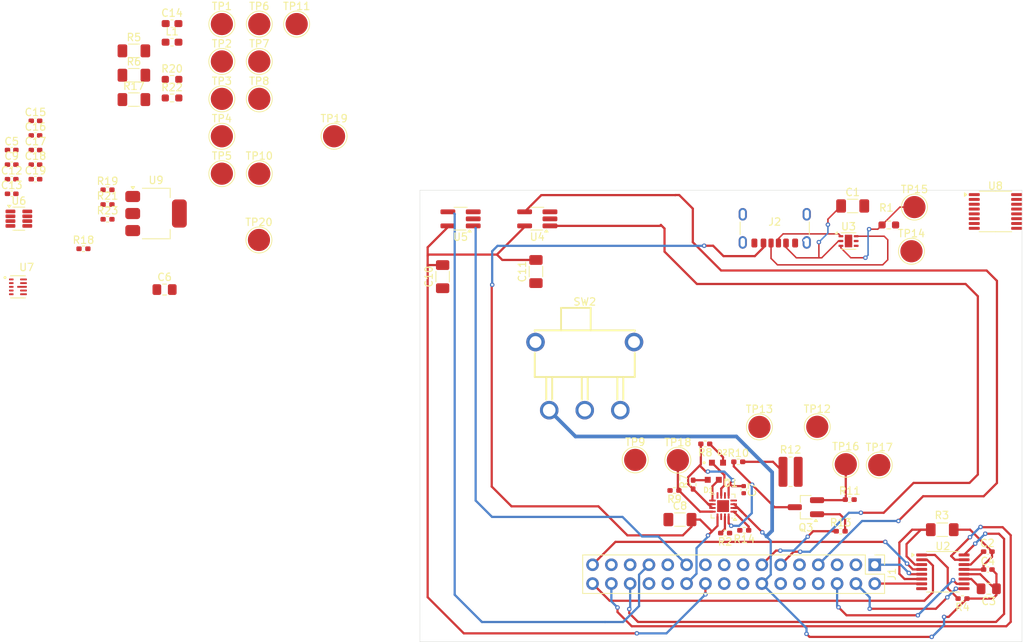
<source format=kicad_pcb>
(kicad_pcb (version 20241229) (generator "pcbnew") (generator_version "9.0")
  (layers (0 "F.Cu" signal) (2 "B.Cu" signal) (13 "F.Paste" user) (15 "B.Paste" user) (5 "F.SilkS" user "F.Silkscreen") (7 "B.SilkS" user "B.Silkscreen") (1 "F.Mask" user) (3 "B.Mask" user) (25 "Edge.Cuts" user))
  (net 0 "")
  (net 1 "GND")
  (net 2 "/High Voltage (9V)")
  (net 3 "Net-(U2-VINT)")
  (net 4 "/3V3 Out")
  (net 5 "Net-(U2-VCP)")
  (net 6 "Net-(U8-VINT)")
  (net 7 "Net-(U8-VCP)")
  (net 8 "/VOUT")
  (net 9 "/Battery")
  (net 10 "/5V Out")
  (net 11 "/switch")
  (net 12 "Net-(U1-~{CHG})")
  (net 13 "Net-(D1-PadA)")
  (net 14 "Net-(U1-~{PGOOD})")
  (net 15 "Net-(D2-PadA)")
  (net 17 "/MOTOR1_CTRL2")
  (net 18 "/MOTOR2_CTRL1")
  (net 19 "/I2C1_SCL")
  (net 20 "/MOTOR1_CTRL1")
  (net 21 "/FAST_CHARGE_CTRL")
  (net 22 "/CTRL_EXT_LOAD2")
  (net 23 "/I2C1_SDA")
  (net 24 "/EXT_LOAD2_OUT")
  (net 25 "/MOTOR1_A_OUT")
  (net 26 "/MOTOR4_CTRL2")
  (net 27 "/Motor4_A_OUT")
  (net 28 "/USART2_TX")
  (net 29 "/Motor2_B_OUT")
  (net 30 "/Motor2_A_OUT")
  (net 31 "/MOTOR3_B_OUT")
  (net 32 "/MOTOR3_CTRL1")
  (net 33 "/MOTOR2_CTRL2")
  (net 34 "/MOTOR1_B_OUT")
  (net 35 "/EXT_LOAD1_OUT")
  (net 36 "/MOTOR3_CTRL2")
  (net 37 "/MOTOR3_A_OUT")
  (net 38 "/Motor4_B_OUT")
  (net 39 "/USART2_RX")
  (net 40 "/MOTOR4_CTRL1")
  (net 41 "/CTRL_EXT_LOAD1")
  (net 42 "Net-(J2-CC1)")
  (net 43 "Net-(J2-CC2)")
  (net 44 "Net-(U7-L1)")
  (net 45 "Net-(U7-L2)")
  (net 46 "Net-(Q3-C)")
  (net 47 "Net-(Q3-B)")
  (net 48 "Net-(Q3-E)")
  (net 49 "Net-(U3-VSET)")
  (net 50 "Net-(U1-ITERM)")
  (net 51 "Net-(U2-AISEN)")
  (net 52 "Net-(U2-~{SLEEP})")
  (net 53 "/Load")
  (net 54 "Net-(U1-ILIM)")
  (net 55 "Net-(R10-Pad2)")
  (net 56 "Net-(U1-TS)")
  (net 57 "Net-(U8-AISEN)")
  (net 58 "Net-(U7-PG)")
  (net 59 "Net-(U8-~{SLEEP})")
  (net 60 "Net-(R20-Pad1)")
  (net 61 "Net-(U7-FB)")
  (net 62 "Net-(R23-Pad2)")
  (footprint "Package_SO:TSSOP-16_4.4x5mm_P0.65mm" (layer "F.Cu") (at 164.577444 102.32)
    (property "Reference" "U2")
    (property "Value" "DRV8833PW")
  )
  (footprint "TestPoint:TestPoint_Pad_D3.0mm" (layer "F.Cu") (at 128.8 87.25)
    (property "Reference" "TP18")
    (property "Value" "TestPoint")
  )
  (footprint "TestPoint:TestPoint_Pad_D3.0mm" (layer "F.Cu") (at 77.335 28.368)
    (property "Reference" "TP11")
    (property "Value" "TestPoint")
  )
  (footprint "Capacitor_SMD:C_1206_3216Metric_Pad1.33x1.80mm_HandSolder" (layer "F.Cu") (at 109.64 61.78 90)
    (property "Reference" "C11")
    (property "Value" "1u")
  )
  (footprint "TestPoint:TestPoint_Pad_D3.0mm" (layer "F.Cu") (at 67.235 43.518)
    (property "Reference" "TP4")
    (property "Value" "TestPoint")
  )
  (footprint "Resistor_SMD:R_1206_3216Metric_Pad1.30x1.75mm_HandSolder" (layer "F.Cu") (at 55.3575 31.985)
    (property "Reference" "R5")
    (property "Value" "R400")
  )
  (footprint "Resistor_SMD:R_0402_1005Metric_Pad0.72x0.64mm_HandSolder" (layer "F.Cu") (at 132.5 85.05 180)
    (property "Reference" "R8")
    (property "Value" "1k5")
  )
  (footprint "Resistor_SMD:R_1206_3216Metric_Pad1.30x1.75mm_HandSolder" (layer "F.Cu") (at 164.494944 96.635 180)
    (property "Reference" "R3")
    (property "Value" "1R")
  )
  (footprint "Package_TO_SOT_SMD:TSOT-23-5_HandSoldering" (layer "F.Cu") (at 99.46 54.6675 180)
    (property "Reference" "U5")
    (property "Value" "RT9742GGJ5")
  )
  (footprint "Capacitor_SMD:C_0402_1005Metric_Pad0.74x0.62mm_HandSolder" (layer "F.Cu") (at 38.8575 45.375)
    (property "Reference" "C5")
    (property "Value" "2.2u")
  )
  (footprint "Resistor_SMD:R_0402_1005Metric_Pad0.72x0.64mm_HandSolder" (layer "F.Cu") (at 135.18 97.09 180)
    (property "Reference" "R2")
    (property "Value" "0")
  )
  (footprint "Resistor_SMD:R_0402_1005Metric_Pad0.72x0.64mm_HandSolder" (layer "F.Cu") (at 51.7975 52.735)
    (property "Reference" "R21")
    (property "Value" "100k")
  )
  (footprint "Resistor_SMD:R_0402_1005Metric_Pad0.72x0.64mm_HandSolder" (layer "F.Cu") (at 167.232444 105.935 180)
    (property "Reference" "R4")
    (property "Value" "10k")
  )
  (footprint "Package_DFN_QFN:DFN-6-1EP_2x2mm_P0.65mm_EP1.01x1.7mm" (layer "F.Cu") (at 151.8425 57.66)
    (property "Reference" "U3")
    (property "Value" "HUSB237-AA001-DN06R")
  )
  (footprint "Package_SO:TSSOP-16_4.4x5mm_P0.65mm" (layer "F.Cu") (at 171.6775 53.67)
    (property "Reference" "U8")
    (property "Value" "DRV8833PW")
  )
  (footprint "Resistor_SMD:R_0402_1005Metric_Pad0.72x0.64mm_HandSolder" (layer "F.Cu") (at 150.78 96.84)
    (property "Reference" "R13")
    (property "Value" "1k")
  )
  (footprint "Package_TO_SOT_SMD:SOT-23-8" (layer "F.Cu") (at 39.8275 54.645)
    (property "Reference" "U6")
    (property "Value" "INA219AxDCN")
  )
  (footprint "Package_TO_SOT_SMD:SOT-223-3_TabPin2" (layer "F.Cu") (at 58.3475 53.95)
    (property "Reference" "U9")
    (property "Value" "AMS1117-3.3")
  )
  (footprint "TestPoint:TestPoint_Pad_D3.0mm" (layer "F.Cu") (at 72.24 57.52)
    (property "Reference" "TP20")
    (property "Value" "TestPoint")
  )
  (footprint "Capacitor_SMD:C_0805_2012Metric_Pad1.18x1.45mm_HandSolder" (layer "F.Cu") (at 59.4975 64.215)
    (property "Reference" "C6")
    (property "Value" "0.01u")
  )
  (footprint "TestPoint:TestPoint_Pad_D3.0mm" (layer "F.Cu") (at 160.34 59.04)
    (property "Reference" "TP14")
    (property "Value" "TestPoint")
  )
  (footprint "Capacitor_SMD:C_0402_1005Metric_Pad0.74x0.62mm_HandSolder" (layer "F.Cu") (at 42.0675 49.315)
    (property "Reference" "C19")
    (property "Value" "10uF")
  )
  (footprint "Capacitor_SMD:C_0402_1005Metric_Pad0.74x0.62mm_HandSolder" (layer "F.Cu") (at 42.0675 41.435)
    (property "Reference" "C15")
    (property "Value" "47u")
  )
  (footprint "TestPoint:TestPoint_Pad_D3.0mm" (layer "F.Cu") (at 139.81 82.76)
    (property "Reference" "TP13")
    (property "Value" "TestPoint")
  )
  (footprint "Capacitor_SMD:C_0603_1608Metric_Pad1.08x0.95mm_HandSolder" (layer "F.Cu") (at 60.5075 28.305)
    (property "Reference" "C14")
    (property "Value" "0.1u")
  )
  (footprint "TestPoint:TestPoint_Pad_D3.0mm" (layer "F.Cu") (at 67.235 33.418)
    (property "Reference" "TP2")
    (property "Value" "TestPoint")
  )
  (footprint "Capacitor_SMD:C_0402_1005Metric_Pad0.74x0.62mm_HandSolder" (layer "F.Cu") (at 42.0675 45.375)
    (property "Reference" "C17")
    (property "Value" "10uF")
  )
  (footprint "Resistor_SMD:R_0815_2038Metric_Pad1.20x4.05mm_HandSolder" (layer "F.Cu") (at 144.02 88.82)
    (property "Reference" "R12")
    (property "Value" "150R")
  )
  (footprint "KT-0603R:LED_KT-0603R" (layer "F.Cu") (at 133.5825 89.9 180)
    (property "Reference" "D1")
    (property "Value" "KT-0603R")
  )
  (footprint "Resistor_SMD:R_1206_3216Metric_Pad1.30x1.75mm_HandSolder" (layer "F.Cu") (at 55.3575 38.565)
    (property "Reference" "R17")
    (property "Value" "R400")
  )
  (footprint "Connector_PinHeader_2.54mm:PinHeader_2x16_P2.54mm_Vertical" (layer "F.Cu") (at 155.38 101.37 -90)
    (property "Reference" "J1")
    (property "Value" "Conn_02x16_Odd_Even")
  )
  (footprint "Resistor_SMD:R_0402_1005Metric_Pad0.72x0.64mm_HandSolder" (layer "F.Cu") (at 128.34 91.34 180)
    (property "Reference" "R9")
    (property "Value" "2k")
  )
  (footprint "TestPoint:TestPoint_Pad_D3.0mm" (layer "F.Cu") (at 72.285 28.368)
    (property "Reference" "TP6")
    (property "Value" "TestPoint")
  )
  (footprint "Capacitor_SMD:C_0402_1005Metric_Pad0.74x0.62mm_HandSolder" (layer "F.Cu") (at 38.8575 51.285)
    (property "Reference" "C13")
    (property "Value" "22u")
  )
  (footprint "TestPoint:TestPoint_Pad_D3.0mm" (layer "F.Cu") (at 160.74 53.08)
    (property "Reference" "TP15")
    (property "Value" "TestPoint")
  )
  (footprint "TestPoint:TestPoint_Pad_D3.0mm" (layer "F.Cu") (at 123.04 87.21)
    (property "Reference" "TP9")
    (property "Value" "TestPoint")
  )
  (footprint "Resistor_SMD:R_0402_1005Metric_Pad0.72x0.64mm_HandSolder" (layer "F.Cu") (at 136.9525 87.47)
    (property "Reference" "R10")
    (property "Value" "4k3")
  )
  (footprint "Capacitor_SMD:C_1206_3216Metric_Pad1.33x1.80mm_HandSolder" (layer "F.Cu") (at 152.4 52.93)
    (property "Reference" "C1")
    (property "Value" "1u")
  )
  (footprint "TPS63802DLAR:VREG_TPS63802DLAR" (layer "F.Cu") (at 39.7025 63.845)
    (property "Reference" "U7")
    (property "Value" "TPS63802DLAR")
  )
  (footprint "TestPoint:TestPoint_Pad_D3.0mm" (layer "F.Cu") (at 147.62 82.74)
    (property "Reference" "TP12")
    (property "Value" "TestPoint")
  )
  (footprint "TestPoint:TestPoint_Pad_D3.0mm" (layer "F.Cu") (at 151.47 87.8)
    (property "Reference" "TP16")
    (property "Value" "TestPoint")
  )
  (footprint "Capacitor_SMD:C_0402_1005Metric_Pad0.74x0.62mm_HandSolder" (layer "F.Cu") (at 170.644944 99.595 180)
    (property "Reference" "C2")
    (property "Value" "2.2u")
  )
  (footprint "Capacitor_SMD:C_1206_3216Metric_Pad1.33x1.80mm_HandSolder" (layer "F.Cu") (at 129.08 95.27)
    (property "Reference" "C8")
    (property "Value" "1u")
  )
  (footprint "Resistor_SMD:R_0603_1608Metric_Pad0.98x0.95mm_HandSolder" (layer "F.Cu") (at 60.5075 38.345)
    (property "Reference" "R22")
    (property "Value" "470k")
  )
  (footprint "TestPoint:TestPoint_Pad_D3.0mm" (layer "F.Cu") (at 72.285 38.468)
    (property "Reference" "TP8")
    (property "Value" "TestPoint")
  )
  (footprint "Resistor_SMD:R_0402_1005Metric_Pad0.72x0.64mm_HandSolder" (layer "F.Cu") (at 130.86 90.55 -90)
    (property "Reference" "R7")
    (property "Value" "1k5")
  )
  (footprint "KT-0603R:LED_KT-0603R" (layer "F.Cu") (at 134.15 87.59)
    (property "Reference" "D2")
    (property "Value" "KT-0603R")
  )
  (footprint "Resistor_SMD:R_0402_1005Metric_Pad0.72x0.64mm_HandSolder" (layer "F.Cu") (at 152 92.57)
    (property "Reference" "R11")
    (property "Value" "2k2")
  )
  (footprint "TestPoint:TestPoint_Pad_D3.0mm" (layer "F.Cu") (at 155.99 87.91)
    (property "Reference" "TP17")
    (property "Value" "TestPoint")
  )
  (footprint "Resistor_SMD:R_0402_1005Metric_Pad0.72x0.64mm_HandSolder" (layer "F.Cu") (at 137.7625 96.72 180)
    (property "Reference" "R14")
    (property "Value" "10K")
  )
  (footprint "Resistor_SMD:R_0402_1005Metric_Pad0.72x0.64mm_HandSolder" (layer "F.Cu") (at 51.7975 54.725)
    (property "Reference" "R23")
    (property "Value" "10k")
  )
  (footprint "Capacitor_SMD:C_0402_1005Metric_Pad0.74x0.62mm_HandSolder" (layer "F.Cu") (at 42.0675 47.345)
    (property "Reference" "C18")
    (property "Value" "10u")
  )
  (footprint "Capacitor_SMD:C_0402_1005Metric" (layer "F.Cu") (at 137.69 91.23 -90)
    (property "Reference" "C7")
    (property "Value" "4.7u")
  )
  (footprint "TestPoint:TestPoint_Pad_D3.0mm" (layer "F.Cu") (at 67.235 38.468)
    (property "Reference" "TP3")
    (property "Value" "TestPoint")
  )
  (footprint "Connector_USB:USB_C_Receptacle_GCT_USB4125-xx-x_6P_TopMnt_Horizontal" (layer "F.Cu") (at 141.88 54.85 180)
    (property "Reference" "J2")
    (property "Value" "TYPE-C 6P")
  )
  (footprint "Capacitor_SMD:C_0805_2012Metric_Pad1.18x1.45mm_HandSolder" (layer "F.Cu") (at 170.774944 104.615 180)
    (property "Reference" "C3")
    (property "Value" "0.01u")
  )
  (footprint "Resistor_SMD:R_0402_1005Metric_Pad0.72x0.64mm_HandSolder" (layer "F.Cu") (at 48.5475 58.705)
    (property "Reference" "R18")
    (property "Value" "100k")
  )
  (footprint "Resistor_SMD:R_0402_1005Metric_Pad0.72x0.64mm_HandSolder" (layer "F.Cu") (at 51.7975 50.745)
    (property "Reference" "R19")
    (property "Value" "10k")
  )
  (footprint "Capacitor_SMD:C_0402_1005Metric_Pad0.74x0.62mm_HandSolder" (layer "F.Cu") (at 170.644944 102.015 180)
    (property "Reference" "C4")
    (property "Value" "10u")
  )
  (footprint "TestPoint:TestPoint_Pad_D3.0mm" (layer "F.Cu") (at 82.385 43.518)
    (property "Reference" "TP19")
    (property "Value" "TestPoint")
  )
  (footprint "Package_DFN_QFN:VQFN-16-1EP_3x3mm_P0.5mm_EP1.6x1.6mm" (layer "F.Cu") (at 134.9025 93.45 180)
    (property "Reference" "U1")
    (property "Value" "BQ24074RGT")
  )
  (footprint "Capacitor_SMD:C_0402_1005Metric_Pad0.74x0.62mm_HandSolder" (layer "F.Cu") (at 38.8575 47.345)
    (property "Reference" "C9")
    (property "Value" "4.7u")
  )
  (footprint "Resistor_SMD:R_1206_3216Metric_Pad1.30x1.75mm_HandSolder" (layer "F.Cu") (at 55.3575 35.275)
    (property "Reference" "R6")
    (property "Value" "R400")
  )
  (footprint "TestPoint:TestPoint_Pad_D3.0mm" (layer "F.Cu") (at 67.235 48.568)
    (property "Reference" "TP5")
    (property "Value" "TestPoint")
  )
  (footprint "TestPoint:TestPoint_Pad_D3.0mm" (layer "F.Cu") (at 72.285 48.568)
    (property "Reference" "TP10")
    (property "Value" "TestPoint")
  )
  (footprint "Resistor_SMD:R_0603_1608Metric_Pad0.98x0.95mm_HandSolder" (layer "F.Cu") (at 157.28 55.49)
    (property "Reference" "R1")
    (property "Value" "75k")
  )
  (footprint "Package_TO_SOT_SMD:SOT-23_Handsoldering" (layer "F.Cu") (at 146.09 93.5975 180)
    (property "Reference" "Q3")
    (property "Value" "S9013 J3(RANGE:200-350)")
  )
  (footprint "SS-12D11G3R:SW-TH_SS-12D11L3" (layer "F.Cu") (at 116.23 75.9)
    (property "Reference" "SW2")
    (property "Value" "SS-12D11G3R")
  )
  (footprint "Package_TO_SOT_SMD:TSOT-23-5_HandSoldering" (layer "F.Cu") (at 109.82 54.6675 180)
    (property "Reference" "U4")
    (property "Value" "RT9742GGJ5")
  )
  (footprint "Resistor_SMD:R_0603_1608Metric_Pad0.98x0.95mm_HandSolder" (layer "F.Cu") (at 60.5075 35.835)
    (property "Reference" "R20")
    (property "Value" "330k")
  )
  (footprint "TestPoint:TestPoint_Pad_D3.0mm" (layer "F.Cu") (at 67.235 28.368)
    (property "Reference" "TP1")
    (property "Value" "TestPoint")
  )
  (footprint "Capacitor_SMD:C_1206_3216Metric_Pad1.33x1.80mm_HandSolder" (layer "F.Cu") (at 97.04 62.47 90)
    (property "Reference" "C10")
    (property "Value" "1u")
  )
  (footprint "Inductor_SMD:L_0603_1608Metric_Pad1.05x0.95mm_HandSolder" (layer "F.Cu") (at 60.5075 30.815)
    (property "Reference" "L1")
    (property "Value" "470nH")
  )
  (footprint "Capacitor_SMD:C_0402_1005Metric_Pad0.74x0.62mm_HandSolder" (layer "F.Cu") (at 42.0675 43.405)
    (property "Reference" "C16")
    (property "Value" "47u")
  )
  (footprint "TestPoint:TestPoint_Pad_D3.0mm" (layer "F.Cu") (at 72.285 33.418)
    (property "Reference" "TP7")
    (property "Value" "TestPoint")
  )
  (footprint "Capacitor_SMD:C_0402_1005Metric_Pad0.74x0.62mm_HandSolder" (layer "F.Cu") (at 38.8575 49.315)
    (property "Reference" "C12")
    (property "Value" "22u")
  )
  (gr_line (start 93.98 111.76) (end 93.98 50.8) (stroke (width 0.05)) (layer "Edge.Cuts"))
  (gr_line (start 175.26 111.76) (end 93.98 111.76) (stroke (width 0.05)) (layer "Edge.Cuts"))
  (gr_line (start 93.98 50.8) (end 175.26 50.8) (stroke (width 0.05)) (layer "Edge.Cuts"))
  (gr_line (start 175.26 50.8) (end 175.26 111.76) (stroke (width 0.05)) (layer "Edge.Cuts"))
  (via (at 145.88 57.56) (size 0.6) (drill 0.3) (layers "F.Cu" "B.Cu") (net 0))
  (segment (start 171.212444 100.2975) (end 170.077444 101.4325) (width 0.3) (layer "F.Cu") (net 1))
  (segment (start 168.252444 96.635) (end 171.212444 99.595) (width 0.3) (layer "F.Cu") (net 1))
  (segment (start 170.042444 101.98) (end 170.077444 102.015) (width 0.3) (layer "F.Cu") (net 1))
  (segment (start 170.077444 102.015) (end 167.459944 102.015) (width 0.3) (layer "F.Cu") (net 1))
  (segment (start 170.077444 101.4325) (end 170.077444 102.015) (width 0.3) (layer "F.Cu") (net 1))
  (segment (start 171.212444 99.595) (end 171.212444 100.2975) (width 0.3) (layer "F.Cu") (net 1))
  (segment (start 167.459944 102.015) (end 167.439944 101.995) (width 0.3) (layer "F.Cu") (net 1))
  (segment (start 166.044944 96.635) (end 168.252444 96.635) (width 0.3) (layer "F.Cu") (net 1))
  (segment (start 129.47 97.4) (end 121.99 97.4) (width 0.3) (layer "F.Cu") (net 2))
  (segment (start 132.35 58.3) (end 133.56 58.3) (width 0.3) (layer "F.Cu") (net 2))
  (segment (start 149.06 55.45) (end 149.06 54.7075) (width 0.2) (layer "F.Cu") (net 2))
  (segment (start 130.6425 96.2275) (end 129.47 97.4) (width 0.3) (layer "F.Cu") (net 2))
  (segment (start 134.1525 96.1175) (end 133.4 96.87) (width 0.3) (layer "F.Cu") (net 2))
  (segment (start 103.67 63.63) (end 103.73 63.57) (width 0.3) (layer "F.Cu") (net 2))
  (segment (start 118.07 93.48) (end 106.34 93.48) (width 0.3) (layer "F.Cu") (net 2))
  (segment (start 150.815 57.66) (end 150.47 57.66) (width 0.2) (layer "F.Cu") (net 2))
  (segment (start 143.4 57.93) (end 143.4 58.53) (width 0.2) (layer "F.Cu") (net 2))
  (segment (start 140.36 58.53) (end 140.36 57.93) (width 0.3) (layer "F.Cu") (net 2))
  (segment (start 132.865 97.405) (end 132.8 97.47) (width 0.3) (layer "F.Cu") (net 2))
  (segment (start 147.84 59.93) (end 148.22 59.93) (width 0.2) (layer "F.Cu") (net 2))
  (segment (start 131.8 95.27) (end 133.4 96.87) (width 0.3) (layer "F.Cu") (net 2))
  (segment (start 133.56 58.3) (end 134.96 59.7) (width 0.3) (layer "F.Cu") (net 2))
  (segment (start 147.84 59.93) (end 147.84 57.81) (width 0.2) (layer "F.Cu") (net 2))
  (segment (start 103.67 90.81) (end 103.67 63.63) (width 0.3) (layer "F.Cu") (net 2))
  (segment (start 130.6425 95.27) (end 130.6425 96.2275) (width 0.3) (layer "F.Cu") (net 2))
  (segment (start 106.34 93.48) (end 103.67 90.81) (width 0.3) (layer "F.Cu") (net 2))
  (segment (start 134.1525 94.8875) (end 134.1525 96.1175) (width 0.3) (layer "F.Cu") (net 2))
  (segment (start 144.8 59.93) (end 147.84 59.93) (width 0.2) (layer "F.Cu") (net 2))
  (segment (start 130.6425 95.27) (end 131.8 95.27) (width 0.3) (layer "F.Cu") (net 2))
  (segment (start 139.19 59.7) (end 140.36 58.53) (width 0.3) (layer "F.Cu") (net 2))
  (segment (start 121.99 97.4) (end 118.07 93.48) (width 0.3) (layer "F.Cu") (net 2))
  (segment (start 143.4 58.53) (end 144.8 59.93) (width 0.2) (layer "F.Cu") (net 2))
  (segment (start 134.96 59.7) (end 139.19 59.7) (width 0.3) (layer "F.Cu") (net 2))
  (segment (start 150.49 57.66) (end 150.815 57.66) (width 0.2) (layer "F.Cu") (net 2))
  (segment (start 133.4 96.87) (end 132.865 97.405) (width 0.3) (layer "F.Cu") (net 2))
  (segment (start 149.06 54.7075) (end 150.8375 52.93) (width 0.2) (layer "F.Cu") (net 2))
  (segment (start 148.22 59.93) (end 150.49 57.66) (width 0.2) (layer "F.Cu") (net 2))
  (via (at 132.35 58.3) (size 0.6) (drill 0.3) (layers "F.Cu" "B.Cu") (net 2))
  (via (at 147.84 57.81) (size 0.6) (drill 0.3) (layers "F.Cu" "B.Cu") (net 2))
  (via (at 149.06 55.45) (size 0.6) (drill 0.3) (layers "F.Cu" "B.Cu") (net 2))
  (via (at 103.73 63.57) (size 0.6) (drill 0.3) (layers "F.Cu" "B.Cu") (net 2))
  (via (at 132.865 97.405) (size 0.6) (drill 0.3) (layers "F.Cu" "B.Cu") (net 2))
  (segment (start 131.319 99.121) (end 131.319 102.571) (width 0.3) (layer "B.Cu") (net 2))
  (segment (start 103.73 63.57) (end 103.73 59.03) (width 0.3) (layer "B.Cu") (net 2))
  (segment (start 131.319 102.571) (end 129.98 103.91) (width 0.3) (layer "B.Cu") (net 2))
  (segment (start 149.06 56.59) (end 149.06 55.45) (width 0.2) (layer "B.Cu") (net 2))
  (segment (start 103.73 59.03) (end 104.45 58.31) (width 0.3) (layer "B.Cu") (net 2))
  (segment (start 132.865 97.575) (end 131.319 99.121) (width 0.3) (layer "B.Cu") (net 2))
  (segment (start 132.34 58.31) (end 132.35 58.3) (width 0.3) (layer "B.Cu") (net 2))
  (segment (start 147.84 57.81) (end 149.06 56.59) (width 0.2) (layer "B.Cu") (net 2))
  (segment (start 104.45 58.31) (end 132.34 58.31) (width 0.3) (layer "B.Cu") (net 2))
  (segment (start 132.865 97.405) (end 132.865 97.575) (width 0.3) (layer "B.Cu") (net 2))
  (segment (start 170.077444 99.595) (end 168.327444 101.345) (width 0.3) (layer "F.Cu") (net 3))
  (segment (start 168.327444 101.345) (end 167.439944 101.345) (width 0.3) (layer "F.Cu") (net 3))
  (segment (start 168.417444 103.295) (end 167.439944 103.295) (width 0.3) (layer "F.Cu") (net 5))
  (segment (start 169.737444 104.615) (end 168.417444 103.295) (width 0.3) (layer "F.Cu") (net 5))
  (segment (start 132.84625 93.13375) (end 130.86 91.1475) (width 0.3) (layer "F.Cu") (net 8))
  (segment (start 135.6525 90.5475) (end 135.78 90.42) (width 0.3) (layer "F.Cu") (net 8))
  (segment (start 136.11 90.75) (end 135.78 90.42) (width 0.3) (layer "F.Cu") (net 8))
  (segment (start 135.78 90.42) (end 136.24 89.96) (width 0.3) (layer "F.Cu") (net 8))
  (segment (start 132.85 88.79) (end 132.57 88.79) (width 0.3) (layer "F.Cu") (net 8))
  (segment (start 130.189 90.4765) (end 130.86 91.1475) (width 0.3) (layer "F.Cu") (net 8))
  (segment (start 131.753951 87.973951) (end 130.189 89.538902) (width 0.3) (layer "F.Cu") (net 8))
  (segment (start 133.465 93.2) (end 132.9125 93.2) (width 0.3) (layer "F.Cu") (net 8))
  (segment (start 131.9025 85.05) (end 131.9025 87.825402) (width 0.3) (layer "F.Cu") (net 8))
  (segment (start 131.9025 87.825402) (end 131.753951 87.973951) (width 0.3) (layer "F.Cu") (net 8))
  (segment (start 132.9125 93.2) (end 132.84625 93.13375) (width 0.3) (layer "F.Cu") (net 8))
  (segment (start 137.69 90.75) (end 136.11 90.75) (width 0.3) (layer "F.Cu") (net 8))
  (segment (start 133.465 93.7) (end 133.4125 93.7) (width 0.3) (layer "F.Cu") (net 8))
  (segment (start 133.4125 93.7) (end 132.84625 93.13375) (width 0.3) (layer "F.Cu") (net 8))
  (segment (start 132.57 88.79) (end 131.753951 87.973951) (width 0.3) (layer "F.Cu") (net 8))
  (segment (start 135.6525 92.0125) (end 135.6525 90.5475) (width 0.3) (layer "F.Cu") (net 8))
  (segment (start 130.189 89.538902) (end 130.189 90.4765) (width 0.3) (layer "F.Cu") (net 8))
  (via (at 132.85 88.79) (size 0.6) (drill 0.3) (layers "F.Cu" "B.Cu") (net 8))
  (via (at 136.24 89.96) (size 0.6) (drill 0.3) (layers "F.Cu" "B.Cu") (net 8))
  (segment (start 132.85 88.79) (end 132.82 88.79) (width 0.3) (layer "B.Cu") (net 8))
  (segment (start 136.24 89.96) (end 135.07 88.79) (width 0.3) (layer "B.Cu") (net 8))
  (segment (start 135.07 88.79) (end 132.85 88.79) (width 0.3) (layer "B.Cu") (net 8))
  (segment (start 140.2 96.99) (end 140.21 97) (width 0.3) (layer "F.Cu") (net 9))
  (segment (start 136.41 93.2) (end 137.48 94.27) (width 0.3) (layer "F.Cu") (net 9))
  (segment (start 171.812444 105.4575) (end 171.812444 104.615) (width 0.3) (layer "F.Cu") (net 9))
  (segment (start 163.07 111.109) (end 146.579 111.109) (width 0.3) (layer "F.Cu") (net 9))
  (segment (start 169.620056 102.645) (end 167.439944 102.645) (width 0.3) (layer "F.Cu") (net 9))
  (segment (start 171.812444 104.615) (end 171.590056 104.615) (width 0.3) (layer "F.Cu") (net 9))
  (segment (start 136.34 93.2) (end 136.41 93.2) (width 0.3) (layer "F.Cu") (net 9))
  (segment (start 167.829944 105.935) (end 165.354944 108.41) (width 0.3) (layer "F.Cu") (net 9))
  (segment (start 171.334944 105.935) (end 171.812444 105.4575) (width 0.3) (layer "F.Cu") (net 9))
  (segment (start 136.34 93.7) (end 136.91 93.7) (width 0.3) (layer "F.Cu") (net 9))
  (segment (start 171.812444 102.615) (end 171.212444 102.015) (width 0.3) (layer "F.Cu") (net 9))
  (segment (start 136.91 93.7) (end 137.48 94.27) (width 0.3) (layer "F.Cu") (net 9))
  (segment (start 137.48 94.27) (end 140.2 96.99) (width 0.3) (layer "F.Cu") (net 9))
  (segment (start 171.590056 104.615) (end 169.620056 102.645) (width 0.3) (layer "F.Cu") (net 9))
  (segment (start 167.829944 105.935) (end 171.334944 105.935) (width 0.3) (layer "F.Cu") (net 9))
  (segment (start 140.2 96.95) (end 140.2 96.99) (width 0.3) (layer "F.Cu") (net 9))
  (segment (start 165.354944 108.41) (end 164.74 108.41) (width 0.3) (layer "F.Cu") (net 9))
  (segment (start 171.812444 104.615) (end 171.812444 102.615) (width 0.3) (layer "F.Cu") (net 9))
  (segment (start 146.579 111.109) (end 146.17 110.7) (width 0.3) (layer "F.Cu") (net 9))
  (via (at 146.17 110.7) (size 0.6) (drill 0.3) (layers "F.Cu" "B.Cu") (net 9))
  (via (at 163.07 111.109) (size 0.6) (drill 0.3) (layers "F.Cu" "B.Cu") (net 9))
  (via (at 164.74 108.41) (size 0.6) (drill 0.3) (layers "F.Cu" "B.Cu") (net 9))
  (via (at 140.2 96.99) (size 0.6) (drill 0.3) (layers "F.Cu" "B.Cu") (net 9))
  (segment (start 164.74 108.41) (end 164.74 109.49) (width 0.3) (layer "B.Cu") (net 9))
  (segment (start 141.341 98.131) (end 141.341 102.709) (width 0.3) (layer "B.Cu") (net 9))
  (segment (start 140.2 96.99) (end 140.755 97.545) (width 0.3) (layer "B.Cu") (net 9))
  (segment (start 163.07 111.109) (end 163.01 111.109) (width 0.3) (layer "B.Cu") (net 9))
  (segment (start 164.74 109.49) (end 163.121 111.109) (width 0.3) (layer "B.Cu") (net 9))
  (segment (start 141.341 102.709) (end 140.14 103.91) (width 0.3) (layer "B.Cu") (net 9))
  (segment (start 163.121 111.109) (end 163.07 111.109) (width 0.3) (layer "B.Cu") (net 9))
  (segment (start 140.755 97.545) (end 141.53 96.77) (width 0.5) (layer "B.Cu") (net 9))
  (segment (start 141.53 88.88) (end 136.7 84.05) (width 0.5) (layer "B.Cu") (net 9))
  (segment (start 146.17 110.7) (end 146.17 109.94) (width 0.3) (layer "B.Cu") (net 9))
  (segment (start 146.17 109.94) (end 140.14 103.91) (width 0.3) (layer "B.Cu") (net 9))
  (segment (start 114.98 84.05) (end 111.43 80.5) (width 0.5) (layer "B.Cu") (net 9))
  (segment (start 141.53 96.77) (end 141.53 88.88) (width 0.5) (layer "B.Cu") (net 9))
  (segment (start 136.7 84.05) (end 114.98 84.05) (width 0.5) (layer "B.Cu") (net 9))
  (segment (start 140.755 97.545) (end 141.341 98.131) (width 0.3) (layer "B.Cu") (net 9))
  (segment (start 95.02 59.64) (end 95.02 58.5125) (width 0.3) (layer "F.Cu") (net 10))
  (segment (start 108.11 55.75) (end 108.11 55.6175) (width 0.3) (layer "F.Cu") (net 10))
  (segment (start 132.52 103.91) (end 132.52 105.37) (width 0.3) (layer "F.Cu") (net 10))
  (segment (start 95.17 59.49) (end 104.37 59.49) (width 0.3) (layer "F.Cu") (net 10))
  (segment (start 132.52 105.37) (end 132.52 105.41) (width 0.3) (layer "F.Cu") (net 10))
  (segment (start 104.37 59.49) (end 108.11 55.75) (width 0.3) (layer "F.Cu") (net 10))
  (segment (start 123.26 110.63) (end 99.9 110.63) (width 0.3) (layer "F.Cu") (net 10))
  (segment (start 95.0675 60.9075) (end 95.02 60.86) (width 0.3) (layer "F.Cu") (net 10))
  (segment (start 95.02 105.75) (end 95.02 60.86) (width 0.3) (layer "F.Cu") (net 10))
  (segment (start 95.02 60.86) (end 95.02 59.64) (width 0.3) (layer "F.Cu") (net 10))
  (segment (start 109.64 60.2175) (end 105.0975 60.2175) (width 0.3) (layer "F.Cu") (net 10))
  (segment (start 97.04 60.9075) (end 95.0675 60.9075) (width 0.3) (layer "F.Cu") (net 10))
  (segment (start 95.02 59.64) (end 95.17 59.49) (width 0.3) (layer "F.Cu") (net 10))
  (segment (start 105.0975 60.2175) (end 104.37 59.49) (width 0.3) (layer "F.Cu") (net 10))
  (segment (start 99.9 110.63) (end 95.02 105.75) (width 0.3) (layer "F.Cu") (net 10))
  (segment (start 95.02 58.5125) (end 97.75 55.7825) (width 0.3) (layer "F.Cu") (net 10))
  (via (at 132.52 105.37) (size 0.6) (drill 0.3) (layers "F.Cu" "B.Cu") (net 10))
  (via (at 123.26 110.63) (size 0.6) (drill 0.3) (layers "F.Cu" "B.Cu") (net 10))
  (segment (start 127.26 110.63) (end 123.26 110.63) (width 0.3) (layer "B.Cu") (net 10))
  (segment (start 132.52 105.37) (end 127.26 110.63) (width 0.3) (layer "B.Cu") (net 10))
  (segment (start 123.26 110.63) (end 123.25 110.63) (width 0.3) (layer "B.Cu") (net 10))
  (segment (start 133.465 90.7675) (end 134.3325 89.9) (width 0.3) (layer "F.Cu") (net 12))
  (segment (start 133.465 92.7) (end 133.465 90.7675) (width 0.3) (layer "F.Cu") (net 12))
  (segment (start 130.86 89.9525) (end 132.78 89.9525) (width 0.3) (layer "F.Cu") (net 13))
  (segment (start 132.78 89.9525) (end 132.8325 89.9) (width 0.3) (layer "F.Cu") (net 13))
  (segment (start 134.6525 91.082) (end 135.0835 90.651) (width 0.3) (layer "F.Cu") (net 14))
  (segment (start 135.0835 89.2735) (end 133.4 87.59) (width 0.3) (layer "F.Cu") (net 14))
  (segment (start 134.6525 92.0125) (end 134.6525 91.082) (width 0.3) (layer "F.Cu") (net 14))
  (segment (start 135.0835 90.651) (end 135.0835 89.2735) (width 0.3) (layer "F.Cu") (net 14))
  (segment (start 134.9 87.59) (end 134.9 86.8525) (width 0.3) (layer "F.Cu") (net 15))
  (segment (start 134.9 86.8525) (end 133.0975 85.05) (width 0.3) (layer "F.Cu") (net 15))
  (segment (start 122.57 109.67) (end 120.65 107.75) (width 0.3) (layer "F.Cu") (net 17))
  (segment (start 173.74 109.08) (end 173.15 109.67) (width 0.3) (layer "F.Cu") (net 17))
  (segment (start 168.24 97.64) (end 168.29 97.59) (width 0.3) (layer "F.Cu") (net 17))
  (segment (start 167.439944 100.695) (end 166.205 100.695) (width 0.3) (layer "F.Cu") (net 17))
  (segment (start 165.7 100.19) (end 165.7 100.18) (width 0.3) (layer "F.Cu") (net 17))
  (segment (start 165.7 100.18) (end 168.24 97.64) (width 0.3) (layer "F.Cu") (net 17))
  (segment (start 120.65 107.75) (end 120.65 107.14) (width 0.3) (layer "F.Cu") (net 17))
  (segment (start 173.74 97.39) (end 173.74 109.08) (width 0.3) (layer "F.Cu") (net 17))
  (segment (start 166.205 100.695) (end 165.7 100.19) (width 0.3) (layer "F.Cu") (net 17))
  (segment (start 173.15 109.67) (end 122.57 109.67) (width 0.3) (layer "F.Cu") (net 17))
  (segment (start 172.65 96.3) (end 173.74 97.39) (width 0.3) (layer "F.Cu") (net 17))
  (segment (start 169.7 96.3) (end 172.65 96.3) (width 0.3) (layer "F.Cu") (net 17))
  (segment (start 169.67 96.27) (end 169.7 96.3) (width 0.3) (layer "F.Cu") (net 17))
  (via (at 168.24 97.64) (size 0.6) (drill 0.3) (layers "F.Cu" "B.Cu") (net 17))
  (via (at 120.65 107.14) (size 0.6) (drill 0.3) (layers "F.Cu" "B.Cu") (net 17))
  (via (at 169.67 96.27) (size 0.6) (drill 0.3) (layers "F.Cu" "B.Cu") (net 17))
  (segment (start 120.65 107.14) (end 119.82 106.31) (width 0.3) (layer "B.Cu") (net 17))
  (segment (start 169.61 96.27) (end 169.67 96.27) (width 0.3) (layer "B.Cu") (net 17))
  (segment (start 119.82 106.31) (end 119.82 103.91) (width 0.3) (layer "B.Cu") (net 17))
  (segment (start 168.24 97.64) (end 169.61 96.27) (width 0.3) (layer "B.Cu") (net 17))
  (segment (start 165.18 105.77) (end 163.64 107.31) (width 0.3) (layer "F.Cu") (net 18))
  (segment (start 163.64 107.31) (end 154.7 107.31) (width 0.3) (layer "F.Cu") (net 18))
  (segment (start 166.345 104.595) (end 166.34 104.6) (width 0.3) (layer "F.Cu") (net 18))
  (segment (start 167.439944 104.595) (end 166.345 104.595) (width 0.3) (layer "F.Cu") (net 18))
  (segment (start 154.7 107.31) (end 154.6 107.31) (width 0.3) (layer "F.Cu") (net 18))
  (via (at 154.7 107.31) (size 0.6) (drill 0.3) (layers "F.Cu" "B.Cu") (net 18))
  (via (at 165.18 105.77) (size 0.6) (drill 0.3) (layers "F.Cu" "B.Cu") (net 18))
  (via (at 166.34 104.6) (size 0.6) (drill 0.3) (layers "F.Cu" "B.Cu") (net 18))
  (segment (start 154.7 107.31) (end 154.7 105.77) (width 0.3) (layer "B.Cu") (net 18))
  (segment (start 165.18 105.76) (end 165.18 105.77) (width 0.3) (layer "B.Cu") (net 18))
  (segment (start 166.34 104.6) (end 165.18 105.76) (width 0.3) (layer "B.Cu") (net 18))
  (segment (start 154.7 105.77) (end 152.84 103.91) (width 0.3) (layer "B.Cu") (net 18))
  (segment (start 168.94 98.544944) (end 168.94 98.52) (width 0.3) (layer "F.Cu") (net 20))
  (segment (start 122.24 107.91) (end 122.24 107.35) (width 0.3) (layer "F.Cu") (net 20))
  (segment (start 123.32 108.99) (end 122.24 107.91) (width 0.3) (layer "F.Cu") (net 20))
  (segment (start 172.84 97.88) (end 172.84 108.01) (width 0.3) (layer "F.Cu") (net 20))
  (segment (start 123.42 109.09) (end 123.32 108.99) (width 0.3) (layer "F.Cu") (net 20))
  (segment (start 172.29 97.33) (end 172.84 97.88) (width 0.3) (layer "F.Cu") (net 20))
  (segment (start 168.94 98.52) (end 168.94 98.51) (width 0.3) (layer "F.Cu") (net 20))
  (segment (start 167.439944 100.045) (end 168.94 98.544944) (width 0.3) (layer "F.Cu") (net 20))
  (segment (start 170.3 97.18) (end 172.14 97.18) (width 0.3) (layer "F.Cu") (net 20))
  (segment (start 172.14 97.18) (end 172.29 97.33) (width 0.3) (layer "F.Cu") (net 20))
  (segment (start 171.76 109.09) (end 167.89 109.09) (width 0.3) (layer "F.Cu") (net 20))
  (segment (start 172.84 108.01) (end 171.76 109.09) (width 0.3) (layer "F.Cu") (net 20))
  (segment (start 167.89 109.09) (end 123.42 109.09) (width 0.3) (layer "F.Cu") (net 20))
  (via (at 168.94 98.52) (size 0.6) (drill 0.3) (layers "F.Cu" "B.Cu") (net 20))
  (via (at 170.3 97.18) (size 0.6) (drill 0.3) (layers "F.Cu" "B.Cu") (net 20))
  (via (at 122.24 107.35) (size 0.6) (drill 0.3) (layers "F.Cu" "B.Cu") (net 20))
  (segment (start 168.94 98.52) (end 170.28 97.18) (width 0.3) (layer "B.Cu") (net 20))
  (segment (start 122.36 107.23) (end 122.36 103.91) (width 0.3) (layer "B.Cu") (net 20))
  (segment (start 170.28 97.18) (end 170.3 97.18) (width 0.3) (layer "B.Cu") (net 20))
  (segment (start 122.24 107.35) (end 122.36 107.23) (width 0.3) (layer "B.Cu") (net 20))
  (segment (start 140.14 101.37) (end 142.05 99.46) (width 0.3) (layer "F.Cu") (net 21))
  (segment (start 147.07 96.84) (end 150.1825 96.84) (width 0.3) (layer "F.Cu") (net 21))
  (segment (start 146.33 97.58) (end 147.07 96.84) (width 0.3) (layer "F.Cu") (net 21))
  (segment (start 142.05 99.46) (end 142.64 99.46) (width 0.3) (layer "F.Cu") (net 21))
  (via (at 146.33 97.58) (size 0.6) (drill 0.3) (layers "F.Cu" "B.Cu") (net 21))
  (via (at 142.64 99.46) (size 0.6) (drill 0.3) (layers "F.Cu" "B.Cu") (net 21))
  (segment (start 142.64 99.46) (end 144.45 99.46) (width 0.3) (layer "B.Cu") (net 21))
  (segment (start 144.45 99.46) (end 146.33 97.58) (width 0.3) (layer "B.Cu") (net 21))
  (segment (start 134.64 61.64) (end 130.82 57.82) (width 0.3) (layer "F.Cu") (net 22))
  (segment (start 130.82 53.29) (end 128.981 51.451) (width 0.3) (layer "F.Cu") (net 22))
  (segment (start 128.451 51.46) (end 110.3675 51.46) (width 0.3) (layer "F.Cu") (net 22))
  (segment (start 158.57 95.46) (end 158.52 95.51) (width 0.3) (layer "F.Cu") (net 22))
  (segment (start 128.981 51.451) (end 128.46 51.451) (width 0.3) (layer "F.Cu") (net 22))
  (segment (start 110.3675 51.46) (end 108.11 53.7175) (width 0.3) (layer "F.Cu") (net 22))
  (segment (start 161.91 92.12) (end 170.09 92.12) (width 0.3) (layer "F.Cu") (net 22))
  (segment (start 128.46 51.451) (end 128.451 51.46) (width 0.3) (layer "F.Cu") (net 22))
  (segment (start 171.88 63.04) (end 170.48 61.64) (width 0.3) (layer "F.Cu") (net 22))
  (segment (start 171.88 90.33) (end 171.88 63.04) (width 0.3) (layer "F.Cu") (net 22))
  (segment (start 170.09 92.12) (end 171.88 90.33) (width 0.3) (layer "F.Cu") (net 22))
  (segment (start 158.57 95.46) (end 161.91 92.12) (width 0.3) (layer "F.Cu") (net 22))
  (segment (start 170.48 61.64) (end 134.64 61.64) (width 0.3) (layer "F.Cu") (net 22))
  (segment (start 130.82 57.82) (end 130.82 53.29) (width 0.3) (layer "F.Cu") (net 22))
  (via (at 158.57 95.46) (size 0.6) (drill 0.3) (layers "F.Cu" "B.Cu") (net 22))
  (segment (start 153.67 95.46) (end 147.76 101.37) (width 0.3) (layer "B.Cu") (net 22))
  (segment (start 158.57 95.46) (end 153.67 95.46) (width 0.3) (layer "B.Cu") (net 22))
  (segment (start 144.44 99.61) (end 145.32 99.61) (width 0.3) (layer "F.Cu") (net 24))
  (segment (start 142.68 101.37) (end 144.44 99.61) (width 0.3) (layer "F.Cu") (net 24))
  (segment (start 169.3 89.19) (end 169.3 65.11) (width 0.3) (layer "F.Cu") (net 24))
  (segment (start 156.59 94.35) (end 160.62 90.32) (width 0.3) (layer "F.Cu") (net 24))
  (segment (start 127 59.09) (end 127 55.98) (width 0.3) (layer "F.Cu") (net 24))
  (segment (start 126.3825 55.6175) (end 126.51 55.49) (width 0.3) (layer "F.Cu") (net 24))
  (segment (start 127 55.98) (end 126.51 55.49) (width 0.3) (layer "F.Cu") (net 24))
  (segment (start 168.17 90.32) (end 169.3 89.19) (width 0.3) (layer "F.Cu") (net 24))
  (segment (start 131.37 63.46) (end 127 59.09) (width 0.3) (layer "F.Cu") (net 24))
  (segment (start 160.62 90.32) (end 168.17 90.32) (width 0.3) (layer "F.Cu") (net 24))
  (segment (start 167.65 63.46) (end 131.37 63.46) (width 0.3) (layer "F.Cu") (net 24))
  (segment (start 111.53 55.6175) (end 126.3825 55.6175) (width 0.3) (layer "F.Cu") (net 24))
  (segment (start 153.51 94.35) (end 156.59 94.35) (width 0.3) (layer "F.Cu") (net 24))
  (segment (start 169.3 65.11) (end 167.65 63.46) (width 0.3) (layer "F.Cu") (net 24))
  (via (at 153.51 94.35) (size 0.6) (drill 0.3) (layers "F.Cu" "B.Cu") (net 24))
  (via (at 145.32 99.61) (size 0.6) (drill 0.3) (layers "F.Cu" "B.Cu") (net 24))
  (segment (start 145.32 99.61) (end 146.63 99.61) (width 0.3) (layer "B.Cu") (net 24))
  (segment (start 146.63 99.61) (end 151.44 94.8) (width 0.3) (layer "B.Cu") (net 24))
  (segment (start 151.44 94.8) (end 151.89 94.35) (width 0.3) (layer "B.Cu") (net 24))
  (segment (start 151.89 94.35) (end 153.51 94.35) (width 0.3) (layer "B.Cu") (net 24))
  (segment (start 119.6 106.23) (end 117.28 103.91) (width 0.3) (layer "F.Cu") (net 25))
  (segment (start 162.443026 100.695) (end 163.24 101.491974) (width 0.3) (layer "F.Cu") (net 25))
  (segment (start 163.24 101.491974) (end 163.24 105.07) (width 0.3) (layer "F.Cu") (net 25))
  (segment (start 162.08 106.23) (end 119.6 106.23) (width 0.3) (layer "F.Cu") (net 25))
  (segment (start 163.24 105.07) (end 162.08 106.23) (width 0.3) (layer "F.Cu") (net 25))
  (segment (start 161.714944 100.695) (end 162.443026 100.695) (width 0.3) (layer "F.Cu") (net 25))
  (segment (start 160.155 102.645) (end 161.714944 102.645) (width 0.3) (layer "F.Cu") (net 29))
  (segment (start 159.99 102.48) (end 160.155 102.645) (width 0.3) (layer "F.Cu") (net 29))
  (via (at 159.99 102.48) (size 0.6) (drill 0.3) (layers "F.Cu" "B.Cu") (net 29))
  (segment (start 158.88 101.37) (end 159.99 102.48) (width 0.3) (layer "B.Cu") (net 29))
  (segment (start 155.38 101.37) (end 158.88 101.37) (width 0.3) (layer "B.Cu") (net 29))
  (segment (start 161.679944 103.91) (end 155.38 103.91) (width 0.3) (layer "F.Cu") (net 30))
  (segment (start 161.714944 103.945) (end 161.679944 103.91) (width 0.3) (layer "F.Cu") (net 30))
  (segment (start 165.95 103.44) (end 165.88 103.37) (width 0.3) (layer "F.Cu") (net 33))
  (segment (start 167.439944 103.945) (end 166.455 103.945) (width 0.3) (layer "F.Cu") (net 33))
  (segment (start 161.2 108.19) (end 151.57 108.19) (width 0.3) (layer "F.Cu") (net 33))
  (segment (start 151.57 108.19) (end 150.49 107.11) (width 0.3) (layer "F.Cu") (net 33))
  (segment (start 166.455 103.945) (end 165.95 103.44) (width 0.3) (layer "F.Cu") (net 33))
  (via (at 165.95 103.44) (size 0.6) (drill 0.3) (layers "F.Cu" "B.Cu") (net 33))
  (via (at 150.49 107.11) (size 0.6) (drill 0.3) (layers "F.Cu" "B.Cu") (net 33))
  (via (at 161.2 108.19) (size 0.6) (drill 0.3) (layers "F.Cu" "B.Cu") (net 33))
  (segment (start 165.95 103.44) (end 161.2 108.19) (width 0.3) (layer "B.Cu") (net 33))
  (segment (start 161.2 108.19) (end 161.14 108.25) (width 0.3) (layer "B.Cu") (net 33))
  (segment (start 150.3 106.92) (end 150.3 103.91) (width 0.3) (layer "B.Cu") (net 33))
  (segment (start 150.49 107.11) (end 150.3 106.92) (width 0.3) (layer "B.Cu") (net 33))
  (segment (start 160.515 101.995) (end 159.74 101.22) (width 0.3) (layer "F.Cu") (net 34))
  (segment (start 159.74 101.22) (end 159.71 101.19) (width 0.3) (layer "F.Cu") (net 34))
  (segment (start 156.8 98.28) (end 120.37 98.28) (width 0.3) (layer "F.Cu") (net 34))
  (segment (start 120.37 98.28) (end 117.28 101.37) (width 0.3) (layer "F.Cu") (net 34))
  (segment (start 161.714944 101.995) (end 160.515 101.995) (width 0.3) (layer "F.Cu") (net 34))
  (via (at 156.8 98.28) (size 0.6) (drill 0.3) (layers "F.Cu" "B.Cu") (net 34))
  (via (at 159.74 101.22) (size 0.6) (drill 0.3) (layers "F.Cu" "B.Cu") (net 34))
  (segment (start 156.77 98.25) (end 156.72 98.25) (width 0.3) (layer "B.Cu") (net 34))
  (segment (start 156.8 98.28) (end 156.77 98.25) (width 0.3) (layer "B.Cu") (net 34))
  (segment (start 159.74 101.22) (end 156.8 98.28) (width 0.3) (layer "B.Cu") (net 34))
  (segment (start 126.16 97.55) (end 123.97 97.55) (width 0.3) (layer "B.Cu") (net 35))
  (segment (start 103.71 94.91) (end 101.5 92.7) (width 0.3) (layer "B.Cu") (net 35))
  (segment (start 101.5 92.7) (end 101.5 55.93) (width 0.3) (layer "B.Cu") (net 35))
  (segment (start 123.97 97.55) (end 121.33 94.91) (width 0.3) (layer "B.Cu") (net 35))
  (segment (start 129.98 101.37) (end 126.16 97.55) (width 0.3) (layer "B.Cu") (net 35))
  (segment (start 121.33 94.91) (end 103.71 94.91) (width 0.3) (layer "B.Cu") (net 35))
  (segment (start 101.5 55.93) (end 101.47 55.9) (width 0.3) (layer "B.Cu") (net 35))
  (segment (start 98.67 105.34) (end 98.67 54.02) (width 0.3) (layer "B.Cu") (net 41))
  (segment (start 98.67 54.02) (end 98.6 53.95) (width 0.3) (layer "B.Cu") (net 41))
  (segment (start 123.561 102.709) (end 123.561 106.949654) (width 0.3) (layer "B.Cu") (net 41))
  (segment (start 102.35 109.1) (end 102.23 108.98) (width 0.3) (layer "B.Cu") (net 41))
  (segment (start 118.97 109.1) (end 102.35 109.1) (width 0.3) (layer "B.Cu") (net 41))
  (segment (start 123.561 106.949654) (end 121.410654 109.1) (width 0.3) (layer "B.Cu") (net 41))
  (segment (start 121.410654 109.1) (end 118.97 109.1) (width 0.3) (layer "B.Cu") (net 41))
  (segment (start 124.9 101.37) (end 123.561 102.709) (width 0.3) (layer "B.Cu") (net 41))
  (segment (start 98.67 105.42) (end 98.67 105.34) (width 0.3) (layer "B.Cu") (net 41))
  (segment (start 102.23 108.98) (end 98.67 105.42) (width 0.3) (layer "B.Cu") (net 41))
  (segment (start 142.38 57.33) (end 142.38 57.93) (width 0.2) (layer "F.Cu") (net 42))
  (segment (start 143.011 56.699) (end 142.38 57.33) (width 0.2) (layer "F.Cu") (net 42))
  (segment (start 150.504 56.699) (end 143.011 56.699) (width 0.2) (layer "F.Cu") (net 42))
  (segment (start 150.815 57.01) (end 150.504 56.699) (width 0.2) (layer "F.Cu") (net 42))
  (segment (start 157.14 57.5) (end 156.65 57.01) (width 0.2) (layer "F.Cu") (net 43))
  (segment (start 157.14 60.19) (end 157.14 57.5) (width 0.2) (layer "F.Cu") (net 43))
  (segment (start 142.25 60.88) (end 156.45 60.88) (width 0.2) (layer "F.Cu") (net 43))
  (segment (start 156.45 60.88) (end 157.14 60.19) (width 0.2) (layer "F.Cu") (net 43))
  (segment (start 141.38 57.93) (end 141.38 60.01) (width 0.2) (layer "F.Cu") (net 43))
  (segment (start 141.38 60.01) (end 142.25 60.88) (width 0.2) (layer "F.Cu") (net 43))
  (segment (start 156.65 57.01) (end 152.87 57.01) (width 0.2) (layer "F.Cu") (net 43))
  (segment (start 144.59 93.5975) (end 141.8575 93.5975) (width 0.3) (layer "F.Cu") (net 46))
  (segment (start 135.6525 95.7625) (end 136 96.11) (width 0.3) (layer "F.Cu") (net 46))
  (segment (start 136.355 88.095) (end 136.355 87.47) (width 0.3) (layer "F.Cu") (net 46))
  (segment (start 138.82 90.56) (end 136.355 88.095) (width 0.3) (layer "F.Cu") (net 46))
  (segment (start 141.8575 93.5975) (end 138.82 90.56) (width 0.3) (layer "F.Cu") (net 46))
  (segment (start 135.6525 94.8875) (end 135.6525 95.7625) (width 0.3) (layer "F.Cu") (net 46))
  (via (at 138.82 90.56) (size 0.6) (drill 0.3) (layers "F.Cu" "B.Cu") (net 46))
  (via (at 136 96.11) (size 0.6) (drill 0.3) (layers "F.Cu" "B.Cu") (net 46))
  (segment (start 138.78 94.4) (end 138.78 90.6) (width 0.3) (layer "B.Cu") (net 46))
  (segment (start 138.78 90.6) (end 138.82 90.56) (width 0.3) (layer "B.Cu") (net 46))
  (segment (start 137.07 96.11) (end 138.78 94.4) (width 0.3) (layer "B.Cu") (net 46))
  (segment (start 136 96.11) (end 137.07 96.11) (width 0.3) (layer "B.Cu") (net 46))
  (segment (start 151.3775 95.2575) (end 150.6675 94.5475) (width 0.3) (layer "F.Cu") (net 47))
  (segment (start 150.6675 94.5475) (end 147.59 94.5475) (width 0.3) (layer "F.Cu") (net 47))
  (segment (start 151.3775 96.84) (end 151.3775 95.2575) (width 0.3) (layer "F.Cu") (net 47))
  (segment (start 151.325 92.6475) (end 151.4025 92.57) (width 0.3) (layer "F.Cu") (net 48))
  (segment (start 151.47 92.5025) (end 151.4025 92.57) (width 0.3) (layer "F.Cu") (net 48))
  (segment (start 147.59 92.6475) (end 151.325 92.6475) (width 0.3) (layer "F.Cu") (net 48))
  (segment (start 151.47 87.8) (end 151.47 92.5025) (width 0.3) (layer "F.Cu") (net 48))
  (segment (start 150.815 58.5895) (end 152.1455 59.92) (width 0.2) (layer "F.Cu") (net 49))
  (segment (start 152.1455 59.92) (end 154.12 59.92) (width 0.2) (layer "F.Cu") (net 49))
  (segment (start 158.7775 53.08) (end 160.74 53.08) (width 0.2) (layer "F.Cu") (net 49))
  (segment (start 156.3675 55.49) (end 158.7775 53.08) (width 0.2) (layer "F.Cu") (net 49))
  (segment (start 155.7975 56.06) (end 156.3675 55.49) (width 0.2) (layer "F.Cu") (net 49))
  (segment (start 154.62 56.06) (end 155.7975 56.06) (width 0.2) (layer "F.Cu") (net 49))
  (segment (start 150.815 58.31) (end 150.815 58.5895) (width 0.2) (layer "F.Cu") (net 49))
  (via (at 154.62 56.06) (size 0.6) (drill 0.3) (layers "F.Cu" "B.Cu") (net 49))
  (via (at 154.12 59.92) (size 0.6) (drill 0.3) (layers "F.Cu" "B.Cu") (net 49))
  (segment (start 154.48 56.2) (end 154.62 56.06) (width 0.2) (layer "B.Cu") (net 49))
  (segment (start 154.12 59.92) (end 154.48 59.56) (width 0.2) (layer "B.Cu") (net 49))
  (segment (start 154.48 56.92) (end 154.48 56.2) (width 0.2) (layer "B.Cu") (net 49))
  (segment (start 154.48 59.56) (end 154.48 56.92) (width 0.2) (layer "B.Cu") (net 49))
  (segment (start 135.1525 96.52) (end 134.5825 97.09) (width 0.3) (layer "F.Cu") (net 50))
  (segment (start 135.1525 94.8875) (end 135.1525 96.52) (width 0.3) (layer "F.Cu") (net 50))
  (segment (start 162.944944 96.635) (end 160.434944 96.635) (width 0.3) (layer "F.Cu") (net 51))
  (segment (start 161.614944 96.635) (end 159.674944 98.575) (width 0.3) (layer "F.Cu") (net 51))
  (segment (start 159.405 103.295) (end 161.714944 103.295) (width 0.3) (layer "F.Cu") (net 51))
  (segment (start 158.704944 98.365) (end 158.704944 102.594944) (width 0.3) (layer "F.Cu") (net 51))
  (segment (start 159.674944 98.575) (end 159.674944 100.231082) (width 0.3) (layer "F.Cu") (net 51))
  (segment (start 158.704944 102.594944) (end 159.405 103.295) (width 0.3) (layer "F.Cu") (net 51))
  (segment (start 160.788862 101.345) (end 161.714944 101.345) (width 0.3) (layer "F.Cu") (net 51))
  (segment (start 160.434944 96.635) (end 158.704944 98.365) (width 0.3) (layer "F.Cu") (net 51))
  (segment (start 162.944944 96.635) (end 161.614944 96.635) (width 0.3) (layer "F.Cu") (net 51))
  (segment (start 159.674944 100.231082) (end 160.788862 101.345) (width 0.3) (layer "F.Cu") (net 51))
  (segment (start 165.234944 101.775) (end 163.504944 100.045) (width 0.3) (layer "F.Cu") (net 52))
  (segment (start 166.634944 105.935) (end 165.234944 104.535) (width 0.3) (layer "F.Cu") (net 52))
  (segment (start 165.234944 104.535) (end 165.234944 101.775) (width 0.3) (layer "F.Cu") (net 52))
  (segment (start 163.504944 100.045) (end 161.714944 100.045) (width 0.3) (layer "F.Cu") (net 52))
  (segment (start 133.465 94.2) (end 131.7975 94.2) (width 0.3) (layer "F.Cu") (net 54))
  (segment (start 128.9375 91.34) (end 128.9375 91.0775) (width 0.3) (layer "F.Cu") (net 54))
  (segment (start 131.7975 94.2) (end 128.9375 91.34) (width 0.3) (layer "F.Cu") (net 54))
  (segment (start 128.9375 91.0775) (end 128.8 90.94) (width 0.3) (layer "F.Cu") (net 54))
  (segment (start 128.8 90.94) (end 128.8 87.25) (width 0.3) (layer "F.Cu") (net 54))
  (segment (start 141.645 87.47) (end 142.995 88.82) (width 0.3) (layer "F.Cu") (net 55))
  (segment (start 137.55 87.47) (end 141.645 87.47) (width 0.3) (layer "F.Cu") (net 55))
  (segment (start 138.36 96.22) (end 138.36 96.72) (width 0.3) (layer "F.Cu") (net 56))
  (segment (start 136.34 94.2) (end 138.36 96.22) (width 0.3) (layer "F.Cu") (net 56))
)
</source>
